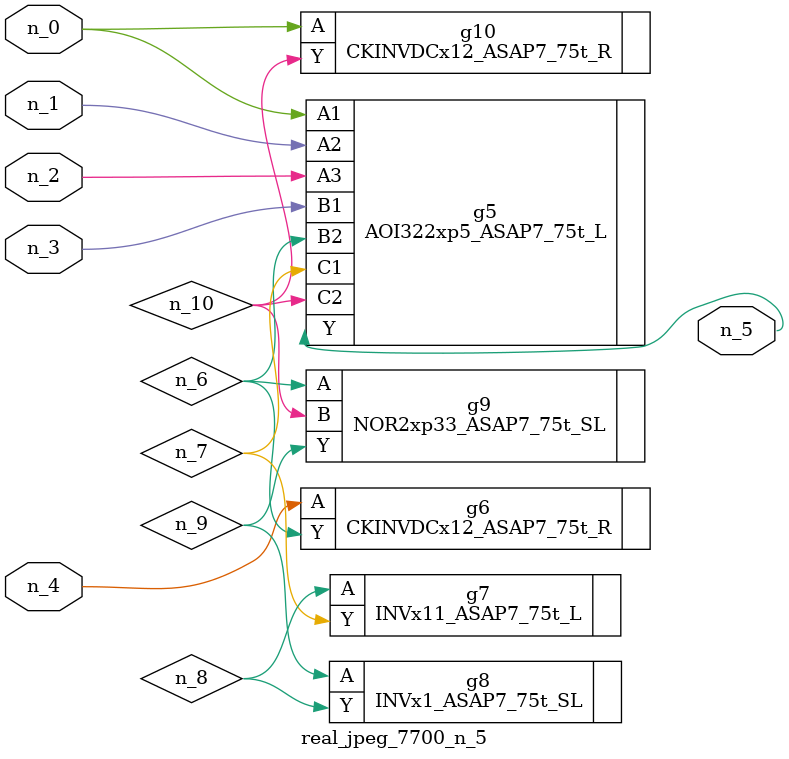
<source format=v>
module real_jpeg_7700_n_5 (n_4, n_0, n_1, n_2, n_3, n_5);

input n_4;
input n_0;
input n_1;
input n_2;
input n_3;

output n_5;

wire n_8;
wire n_6;
wire n_7;
wire n_10;
wire n_9;

AOI322xp5_ASAP7_75t_L g5 ( 
.A1(n_0),
.A2(n_1),
.A3(n_2),
.B1(n_3),
.B2(n_6),
.C1(n_7),
.C2(n_10),
.Y(n_5)
);

CKINVDCx12_ASAP7_75t_R g10 ( 
.A(n_0),
.Y(n_10)
);

CKINVDCx12_ASAP7_75t_R g6 ( 
.A(n_4),
.Y(n_6)
);

NOR2xp33_ASAP7_75t_SL g9 ( 
.A(n_6),
.B(n_10),
.Y(n_9)
);

INVx11_ASAP7_75t_L g7 ( 
.A(n_8),
.Y(n_7)
);

INVx1_ASAP7_75t_SL g8 ( 
.A(n_9),
.Y(n_8)
);


endmodule
</source>
